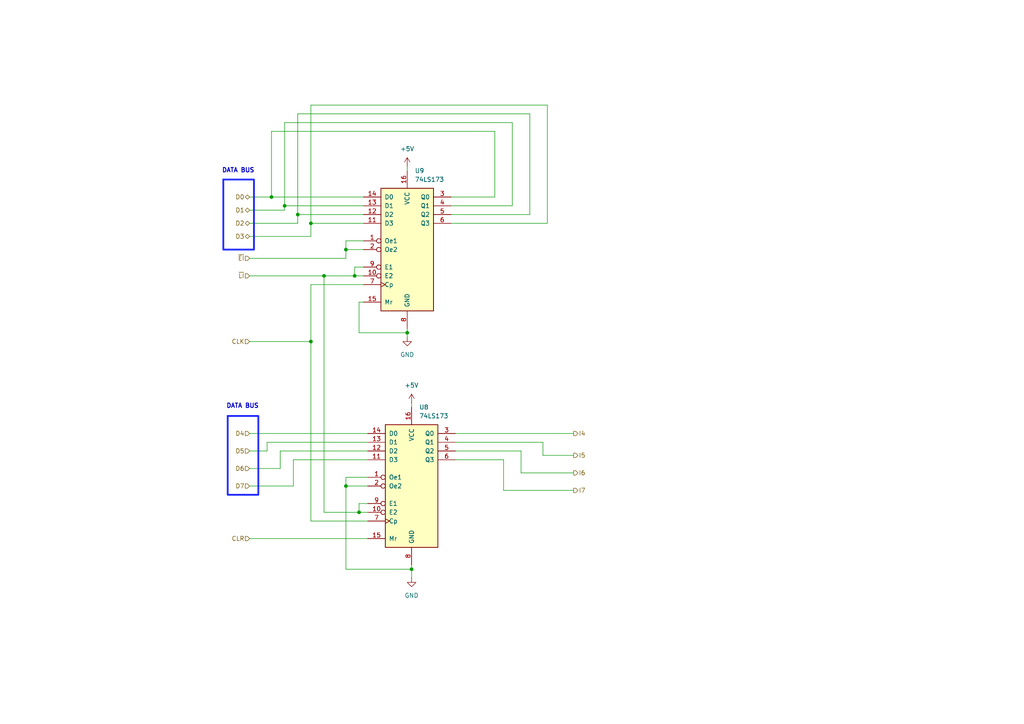
<source format=kicad_sch>
(kicad_sch (version 20231120) (generator "eeschema") (generator_version "8.0")
  (paper "A4")
  (title_block (title "ISAP-1 COMPUTER") (date "2024-11-27") (rev "Version 1") (comment 1 "by Linca Marius Gheorghe") (comment 3 "Instruction Register"))
  (lib_symbols
    (symbol "74xx:74LS173" (pin_names (offset 1.016))
      (property "Reference" "U" (at -7.62 19.05 0))
      (property "Value" "74LS173" (at -7.62 -19.05 0))
      (symbol "74LS173_1_0"
        (pin input inverted (at -12.7 2.54 0) (length 5.08) (name "Oe1") (number "1"))
        (pin input inverted (at -12.7 -7.62 0) (length 5.08) (name "E2") (number "10"))
        (pin input line (at -12.7 7.62 0) (length 5.08) (name "D3") (number "11"))
        (pin input line (at -12.7 10.16 0) (length 5.08) (name "D2") (number "12"))
        (pin input line (at -12.7 12.7 0) (length 5.08) (name "D1") (number "13"))
        (pin input line (at -12.7 15.24 0) (length 5.08) (name "D0") (number "14"))
        (pin input line (at -12.7 -15.24 0) (length 5.08) (name "Mr") (number "15"))
        (pin power_in line (at 0 22.86 270) (length 5.08) (name "VCC") (number "16"))
        (pin input inverted (at -12.7 0 0) (length 5.08) (name "Oe2") (number "2"))
        (pin tri_state line (at 12.7 15.24 180) (length 5.08) (name "Q0") (number "3"))
        (pin tri_state line (at 12.7 12.7 180) (length 5.08) (name "Q1") (number "4"))
        (pin tri_state line (at 12.7 10.16 180) (length 5.08) (name "Q2") (number "5"))
        (pin tri_state line (at 12.7 7.62 180) (length 5.08) (name "Q3") (number "6"))
        (pin input clock (at -12.7 -10.16 0) (length 5.08) (name "Cp") (number "7"))
        (pin power_in line (at 0 -22.86 90) (length 5.08) (name "GND") (number "8"))
        (pin input inverted (at -12.7 -5.08 0) (length 5.08) (name "E1") (number "9"))
      )
      (symbol "74LS173_1_1"
        (rectangle (start -7.62 17.78) (end 7.62 -17.78) (stroke (width 0.254)) (fill (type background)))
      )
    )
    (symbol "power:+5V" (power) (pin_numbers hide) (pin_names (offset 0) hide)
      (property "Value" "+5V" (at 0 3.556 0))
      (symbol "+5V_0_1"
        (polyline (pts (xy -0.762 1.27) (xy 0 2.54)))
        (polyline (pts (xy 0 0) (xy 0 2.54)))
        (polyline (pts (xy 0 2.54) (xy 0.762 1.27)))
      )
      (symbol "+5V_1_1"
        (pin power_in line (at 0 0 90) (length 0) (name "~") (number "1"))
      )
    )
    (symbol "power:GND" (power) (pin_numbers hide) (pin_names (offset 0) hide)
      (property "Value" "GND" (at 0 -3.81 0))
      (symbol "GND_0_1"
        (polyline (pts (xy 0 0) (xy 0 -1.27) (xy 1.27 -1.27) (xy 0 -2.54) (xy -1.27 -1.27) (xy 0 -1.27)))
      )
      (symbol "GND_1_1"
        (pin power_in line (at 0 0 270) (length 0) (name "~") (number "1"))
      )
    )
  )
  (junction (at 86.36 62.23))
  (junction (at 93.98 80.01))
  (junction (at 78.74 57.15))
  (junction (at 90.17 64.77))
  (junction (at 100.33 72.39))
  (junction (at 82.55 59.69))
  (junction (at 118.11 96.52))
  (junction (at 119.38 165.1))
  (junction (at 104.14 148.59))
  (junction (at 102.87 80.01))
  (junction (at 100.33 140.97))
  (junction (at 90.17 99.06))
  (wire (pts (xy 77.47 128.27) (xy 77.47 130.81)))
  (wire (pts (xy 85.09 133.35) (xy 85.09 140.97)))
  (wire (pts (xy 106.68 128.27) (xy 77.47 128.27)))
  (wire (pts (xy 132.08 125.73) (xy 166.37 125.73)))
  (wire (pts (xy 100.33 140.97) (xy 106.68 140.97)))
  (wire (pts (xy 130.81 59.69) (xy 148.59 59.69)))
  (wire (pts (xy 119.38 165.1) (xy 119.38 167.64)))
  (wire (pts (xy 151.13 130.81) (xy 132.08 130.81)))
  (wire (pts (xy 104.14 146.05) (xy 104.14 148.59)))
  (wire (pts (xy 78.74 57.15) (xy 105.41 57.15)))
  (wire (pts (xy 85.09 140.97) (xy 72.39 140.97)))
  (wire (pts (xy 90.17 68.58) (xy 72.39 68.58)))
  (wire (pts (xy 157.48 132.08) (xy 157.48 128.27)))
  (wire (pts (xy 81.28 130.81) (xy 81.28 135.89)))
  (wire (pts (xy 105.41 69.85) (xy 100.33 69.85)))
  (wire (pts (xy 72.39 80.01) (xy 93.98 80.01)))
  (wire (pts (xy 105.41 62.23) (xy 86.36 62.23)))
  (wire (pts (xy 104.14 148.59) (xy 106.68 148.59)))
  (wire (pts (xy 100.33 138.43) (xy 100.33 140.97)))
  (wire (pts (xy 105.41 59.69) (xy 82.55 59.69)))
  (wire (pts (xy 90.17 82.55) (xy 90.17 99.06)))
  (wire (pts (xy 93.98 80.01) (xy 93.98 148.59)))
  (wire (pts (xy 90.17 99.06) (xy 90.17 151.13)))
  (wire (pts (xy 81.28 135.89) (xy 72.39 135.89)))
  (wire (pts (xy 86.36 33.02) (xy 86.36 62.23)))
  (wire (pts (xy 77.47 130.81) (xy 72.39 130.81)))
  (wire (pts (xy 106.68 146.05) (xy 104.14 146.05)))
  (wire (pts (xy 119.38 116.84) (xy 119.38 118.11)))
  (wire (pts (xy 93.98 80.01) (xy 102.87 80.01)))
  (wire (pts (xy 72.39 125.73) (xy 106.68 125.73)))
  (wire (pts (xy 100.33 140.97) (xy 100.33 165.1)))
  (wire (pts (xy 100.33 72.39) (xy 105.41 72.39)))
  (wire (pts (xy 143.51 38.1) (xy 78.74 38.1)))
  (wire (pts (xy 153.67 62.23) (xy 153.67 33.02)))
  (wire (pts (xy 72.39 74.93) (xy 100.33 74.93)))
  (wire (pts (xy 153.67 33.02) (xy 86.36 33.02)))
  (wire (pts (xy 105.41 64.77) (xy 90.17 64.77)))
  (wire (pts (xy 148.59 59.69) (xy 148.59 35.56)))
  (wire (pts (xy 119.38 163.83) (xy 119.38 165.1)))
  (wire (pts (xy 90.17 30.48) (xy 90.17 64.77)))
  (wire (pts (xy 151.13 137.16) (xy 166.37 137.16)))
  (wire (pts (xy 93.98 148.59) (xy 104.14 148.59)))
  (wire (pts (xy 106.68 138.43) (xy 100.33 138.43)))
  (wire (pts (xy 102.87 80.01) (xy 105.41 80.01)))
  (wire (pts (xy 100.33 165.1) (xy 119.38 165.1)))
  (wire (pts (xy 86.36 62.23) (xy 86.36 64.77)))
  (wire (pts (xy 166.37 142.24) (xy 146.05 142.24)))
  (wire (pts (xy 100.33 74.93) (xy 100.33 72.39)))
  (wire (pts (xy 104.14 96.52) (xy 118.11 96.52)))
  (wire (pts (xy 146.05 133.35) (xy 146.05 142.24)))
  (wire (pts (xy 90.17 64.77) (xy 90.17 68.58)))
  (wire (pts (xy 148.59 35.56) (xy 82.55 35.56)))
  (wire (pts (xy 118.11 48.26) (xy 118.11 49.53)))
  (wire (pts (xy 130.81 64.77) (xy 158.75 64.77)))
  (wire (pts (xy 158.75 64.77) (xy 158.75 30.48)))
  (wire (pts (xy 157.48 132.08) (xy 166.37 132.08)))
  (wire (pts (xy 90.17 151.13) (xy 106.68 151.13)))
  (wire (pts (xy 104.14 87.63) (xy 104.14 96.52)))
  (wire (pts (xy 72.39 99.06) (xy 90.17 99.06)))
  (wire (pts (xy 146.05 133.35) (xy 132.08 133.35)))
  (wire (pts (xy 118.11 95.25) (xy 118.11 96.52)))
  (wire (pts (xy 105.41 77.47) (xy 102.87 77.47)))
  (wire (pts (xy 86.36 64.77) (xy 72.39 64.77)))
  (wire (pts (xy 157.48 128.27) (xy 132.08 128.27)))
  (wire (pts (xy 106.68 130.81) (xy 81.28 130.81)))
  (wire (pts (xy 118.11 96.52) (xy 118.11 97.79)))
  (wire (pts (xy 151.13 137.16) (xy 151.13 130.81)))
  (wire (pts (xy 130.81 57.15) (xy 143.51 57.15)))
  (wire (pts (xy 72.39 57.15) (xy 78.74 57.15)))
  (wire (pts (xy 143.51 57.15) (xy 143.51 38.1)))
  (wire (pts (xy 82.55 59.69) (xy 82.55 60.96)))
  (wire (pts (xy 78.74 38.1) (xy 78.74 57.15)))
  (wire (pts (xy 72.39 156.21) (xy 106.68 156.21)))
  (wire (pts (xy 102.87 77.47) (xy 102.87 80.01)))
  (wire (pts (xy 82.55 35.56) (xy 82.55 59.69)))
  (wire (pts (xy 72.39 60.96) (xy 82.55 60.96)))
  (wire (pts (xy 105.41 82.55) (xy 90.17 82.55)))
  (wire (pts (xy 100.33 69.85) (xy 100.33 72.39)))
  (wire (pts (xy 106.68 133.35) (xy 85.09 133.35)))
  (wire (pts (xy 105.41 87.63) (xy 104.14 87.63)))
  (wire (pts (xy 158.75 30.48) (xy 90.17 30.48)))
  (wire (pts (xy 130.81 62.23) (xy 153.67 62.23)))
  (rectangle (start 66.04 120.65) (end 74.93 143.51) (stroke (width 0.508) (color 21 31 255 1)))
  (rectangle (start 64.77 52.07) (end 73.66 72.39) (stroke (width 0.508) (color 21 31 255 1)))
  (text "DATA BUS" (at 70.358 117.856 0) (effects (font (size 1.27 1.27) (thickness 0.254) (bold yes))))
  (text "DATA BUS" (at 69.088 49.53 0) (effects (font (size 1.27 1.27) (thickness 0.254) (bold yes))))
  (hierarchical_label "~{EI}" (shape input) (at 72.39 74.93 180))
  (hierarchical_label "D5" (shape input) (at 72.39 130.81 180))
  (hierarchical_label "I4" (shape output) (at 166.37 125.73 0))
  (hierarchical_label "~{LI}" (shape input) (at 72.39 80.01 180))
  (hierarchical_label "CLK" (shape input) (at 72.39 99.06 180))
  (hierarchical_label "I5" (shape output) (at 166.37 132.08 0))
  (hierarchical_label "D7" (shape input) (at 72.39 140.97 180))
  (hierarchical_label "I7" (shape output) (at 166.37 142.24 0))
  (hierarchical_label "D4" (shape input) (at 72.39 125.73 180))
  (hierarchical_label "I6" (shape output) (at 166.37 137.16 0))
  (hierarchical_label "D1" (shape tri_state) (at 72.39 60.96 180))
  (hierarchical_label "D2" (shape tri_state) (at 72.39 64.77 180))
  (hierarchical_label "D6" (shape input) (at 72.39 135.89 180))
  (hierarchical_label "D3" (shape tri_state) (at 72.39 68.58 180))
  (hierarchical_label "CLR" (shape input) (at 72.39 156.21 180))
  (hierarchical_label "D0" (shape tri_state) (at 72.39 57.15 180))
  (symbol (lib_id "power:GND") (at 119.38 167.64 0) (unit 1)
    (property "Reference" "#PWR039" (effects (hide yes)))
    (property "Value" "GND" (at 119.38 172.72 0))
    (property "Description" "Power symbol creates a global label with name \"GND\" , ground" (effects (hide yes)))
  )
  (symbol (lib_id "74xx:74LS173") (at 119.38 140.97 0) (unit 1)
    (property "Reference" "U8" (at 121.5741 118.11 0) (effects (justify left)))
    (property "Value" "74LS173" (at 121.5741 120.65 0) (effects (justify left)))
    (property "Footprint" "Package_DIP:DIP-16_W7.62mm_LongPads" (effects (hide yes)))
    (property "Datasheet" "http://www.ti.com/lit/gpn/sn74LS173" (effects (hide yes)))
    (property "Description" "4-bit D-type Register, 3 state out" (effects (hide yes)))
  )
  (symbol (lib_id "power:GND") (at 118.11 97.79 0) (unit 1)
    (property "Reference" "#PWR037" (effects (hide yes)))
    (property "Value" "GND" (at 118.11 102.87 0))
    (property "Description" "Power symbol creates a global label with name \"GND\" , ground" (effects (hide yes)))
  )
  (symbol (lib_id "74xx:74LS173") (at 118.11 72.39 0) (unit 1)
    (property "Reference" "U9" (at 120.3041 49.53 0) (effects (justify left)))
    (property "Value" "74LS173" (at 120.3041 52.07 0) (effects (justify left)))
    (property "Footprint" "Package_DIP:DIP-16_W7.62mm_LongPads" (effects (hide yes)))
    (property "Datasheet" "http://www.ti.com/lit/gpn/sn74LS173" (effects (hide yes)))
    (property "Description" "4-bit D-type Register, 3 state out" (effects (hide yes)))
  )
  (symbol (lib_id "power:+5V") (at 118.11 48.26 0) (unit 1)
    (property "Reference" "#PWR036" (effects (hide yes)))
    (property "Value" "+5V" (at 118.11 43.18 0))
    (property "Description" "Power symbol creates a global label with name \"+5V\"" (effects (hide yes)))
  )
  (symbol (lib_id "power:+5V") (at 119.38 116.84 0) (unit 1)
    (property "Reference" "#PWR038" (effects (hide yes)))
    (property "Value" "+5V" (at 119.38 111.76 0))
    (property "Description" "Power symbol creates a global label with name \"+5V\"" (effects (hide yes)))
  )
)
</source>
